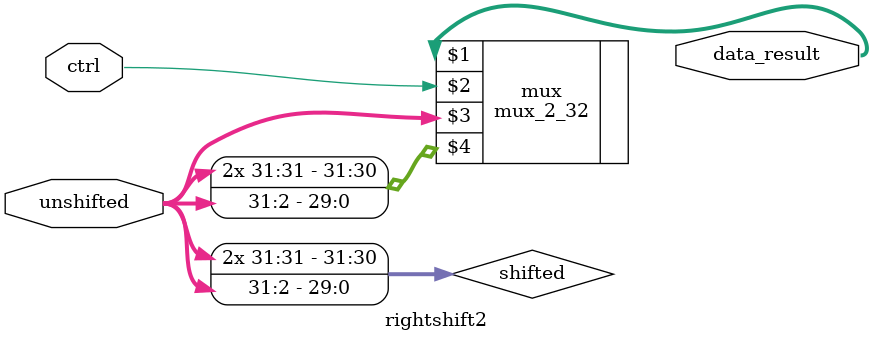
<source format=v>
module rightshift2( data_result, unshifted, ctrl);
    input [31:0] unshifted;
    input ctrl;

    output [31:0] data_result;

    wire [31:0] shifted;

    assign shifted[0] = unshifted[2];
    assign shifted[1] = unshifted[3];
    assign shifted[2] = unshifted[4];
    assign shifted[3] = unshifted[5];
    assign shifted[4] = unshifted[6];
    assign shifted[5] = unshifted[7];
    assign shifted[6] = unshifted[8];
    assign shifted[7] = unshifted[9];
    assign shifted[8] = unshifted[10];
    assign shifted[9] = unshifted[11];
    assign shifted[10] = unshifted[12];
    assign shifted[11] = unshifted[13];
    assign shifted[12] = unshifted[14];
    assign shifted[13] = unshifted[15];
    assign shifted[14] = unshifted[16];
    assign shifted[15] = unshifted[17];
    assign shifted[16] = unshifted[18];
    assign shifted[17] = unshifted[19];
    assign shifted[18] = unshifted[20];
    assign shifted[19] = unshifted[21];
    assign shifted[20] = unshifted[22];
    assign shifted[21] = unshifted[23];
    assign shifted[22] = unshifted[24];
    assign shifted[23] = unshifted[25];
    assign shifted[24] = unshifted[26];
    assign shifted[25] = unshifted[27];
    assign shifted[26] = unshifted[28];
    assign shifted[27] = unshifted[29];
    assign shifted[28] = unshifted[30];
    assign shifted[29] = unshifted[31];
    assign shifted[31] = unshifted[31];
    assign shifted[30] = unshifted[31];  

    mux_2_32 mux(data_result, ctrl, unshifted, shifted);

endmodule
</source>
